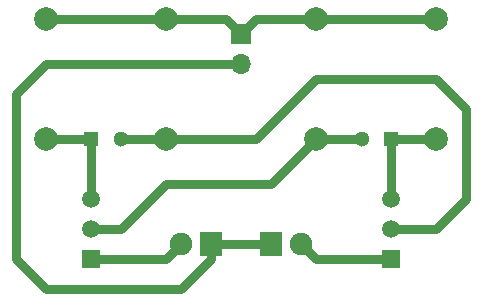
<source format=gbr>
%TF.GenerationSoftware,KiCad,Pcbnew,4.0.6-e0-6349~53~ubuntu14.04.1*%
%TF.CreationDate,2017-05-24T15:43:58+03:00*%
%TF.ProjectId,multivibrator,6D756C74697669627261746F722E6B69,rev?*%
%TF.FileFunction,Copper,L2,Bot,Signal*%
%FSLAX46Y46*%
G04 Gerber Fmt 4.6, Leading zero omitted, Abs format (unit mm)*
G04 Created by KiCad (PCBNEW 4.0.6-e0-6349~53~ubuntu14.04.1) date Wed May 24 15:43:58 2017*
%MOMM*%
%LPD*%
G01*
G04 APERTURE LIST*
%ADD10C,0.100000*%
%ADD11R,1.900000X2.000000*%
%ADD12C,1.900000*%
%ADD13R,1.300000X1.300000*%
%ADD14C,1.300000*%
%ADD15C,1.998980*%
%ADD16C,1.520000*%
%ADD17R,1.520000X1.520000*%
%ADD18R,1.700000X1.700000*%
%ADD19O,1.700000X1.700000*%
%ADD20C,0.787400*%
%ADD21C,0.800100*%
%ADD22C,0.350000*%
G04 APERTURE END LIST*
D10*
D11*
X96520000Y-83820000D03*
D12*
X93980000Y-83820000D03*
D11*
X101600000Y-83820000D03*
D12*
X104140000Y-83820000D03*
D13*
X86360000Y-74930000D03*
D14*
X88860000Y-74930000D03*
D13*
X111760000Y-74930000D03*
D14*
X109260000Y-74930000D03*
D15*
X115570000Y-64770000D03*
X115570000Y-74930000D03*
X105410000Y-64770000D03*
X105410000Y-74930000D03*
X92710000Y-64770000D03*
X92710000Y-74930000D03*
X82550000Y-64770000D03*
X82550000Y-74930000D03*
D16*
X86360000Y-82550000D03*
X86360000Y-80010000D03*
D17*
X86360000Y-85090000D03*
D16*
X111760000Y-82550000D03*
X111760000Y-80010000D03*
D17*
X111760000Y-85090000D03*
D18*
X99060000Y-66040000D03*
D19*
X99060000Y-68580000D03*
D20*
X92710000Y-74930000D02*
X100330000Y-74930000D01*
X115570000Y-82550000D02*
X111760000Y-82550000D01*
X118110000Y-80010000D02*
X115570000Y-82550000D01*
X118110000Y-72390000D02*
X118110000Y-80010000D01*
X115570000Y-69850000D02*
X118110000Y-72390000D01*
X105410000Y-69850000D02*
X115570000Y-69850000D01*
X100330000Y-74930000D02*
X105410000Y-69850000D01*
X92710000Y-74930000D02*
X88860000Y-74930000D01*
X82550000Y-74930000D02*
X86360000Y-74930000D01*
X86360000Y-74930000D02*
X86360000Y-80010000D01*
X105410000Y-74930000D02*
X101600000Y-78740000D01*
X88900000Y-82550000D02*
X86360000Y-82550000D01*
X92710000Y-78740000D02*
X88900000Y-82550000D01*
X101600000Y-78740000D02*
X92710000Y-78740000D01*
X109260000Y-74930000D02*
X105410000Y-74930000D01*
X115570000Y-74930000D02*
X111760000Y-74930000D01*
X111760000Y-74930000D02*
X111760000Y-80010000D01*
X96520000Y-85090000D02*
X96520000Y-83820000D01*
X93980000Y-87630000D02*
X96520000Y-85090000D01*
X82550000Y-87630000D02*
X93980000Y-87630000D01*
X80010000Y-85090000D02*
X82550000Y-87630000D01*
X80010000Y-71120000D02*
X80010000Y-85090000D01*
X96520000Y-83820000D02*
X101600000Y-83820000D01*
X82550000Y-68580000D02*
X80010000Y-71120000D01*
X99060000Y-68580000D02*
X82550000Y-68580000D01*
X86360000Y-85090000D02*
X92710000Y-85090000D01*
X92710000Y-85090000D02*
X93980000Y-83820000D01*
X111760000Y-85090000D02*
X105410000Y-85090000D01*
X105410000Y-85090000D02*
X104140000Y-83820000D01*
X100330000Y-64770000D02*
X99060000Y-66040000D01*
X97790000Y-64770000D02*
X99060000Y-66040000D01*
X105410000Y-64770000D02*
X100330000Y-64770000D01*
X92710000Y-64770000D02*
X97790000Y-64770000D01*
D21*
X92710000Y-64770000D02*
X82550000Y-64770000D01*
X115570000Y-64770000D02*
X105410000Y-64770000D01*
D22*
X96520000Y-83820000D03*
X93980000Y-83820000D03*
X101600000Y-83820000D03*
X104140000Y-83820000D03*
X86360000Y-74930000D03*
X88860000Y-74930000D03*
X111760000Y-74930000D03*
X109260000Y-74930000D03*
X115570000Y-64770000D03*
X115570000Y-74930000D03*
X105410000Y-64770000D03*
X105410000Y-74930000D03*
X92710000Y-64770000D03*
X92710000Y-74930000D03*
X82550000Y-64770000D03*
X82550000Y-74930000D03*
X86360000Y-82550000D03*
X86360000Y-80010000D03*
X86360000Y-85090000D03*
X111760000Y-82550000D03*
X111760000Y-80010000D03*
X111760000Y-85090000D03*
X99060000Y-66040000D03*
X99060000Y-68580000D03*
M02*

</source>
